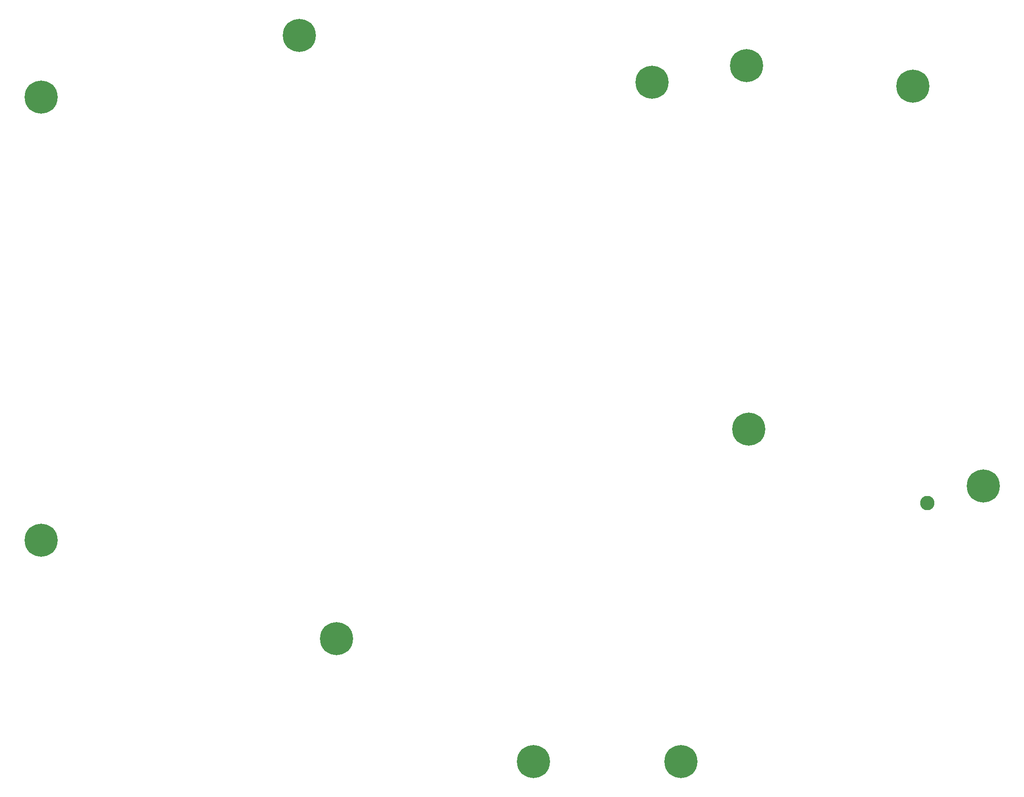
<source format=gbr>
G04 #@! TF.GenerationSoftware,KiCad,Pcbnew,(5.1.9)-1*
G04 #@! TF.CreationDate,2021-04-11T13:58:14+10:00*
G04 #@! TF.ProjectId,ExtraBoard-Base,45787472-6142-46f6-9172-642d42617365,rev?*
G04 #@! TF.SameCoordinates,Original*
G04 #@! TF.FileFunction,Soldermask,Top*
G04 #@! TF.FilePolarity,Negative*
%FSLAX46Y46*%
G04 Gerber Fmt 4.6, Leading zero omitted, Abs format (unit mm)*
G04 Created by KiCad (PCBNEW (5.1.9)-1) date 2021-04-11 13:58:14*
%MOMM*%
%LPD*%
G01*
G04 APERTURE LIST*
%ADD10C,2.800000*%
%ADD11C,6.400000*%
%ADD12C,0.800000*%
G04 APERTURE END LIST*
D10*
X164306000Y-64294000D03*
D11*
X-7144000Y14288000D03*
D12*
X-4744000Y14288000D03*
X-5446944Y12590944D03*
X-7144000Y11888000D03*
X-8841056Y12590944D03*
X-9544000Y14288000D03*
X-8841056Y15985056D03*
X-7144000Y16688000D03*
X-5446944Y15985056D03*
D11*
X-7144000Y-71438000D03*
D12*
X-4744000Y-71438000D03*
X-5446944Y-73135056D03*
X-7144000Y-73838000D03*
X-8841056Y-73135056D03*
X-9544000Y-71438000D03*
X-8841056Y-69740944D03*
X-7144000Y-69038000D03*
X-5446944Y-69740944D03*
D11*
X175178000Y-60995000D03*
D12*
X177578000Y-60995000D03*
X176875056Y-62692056D03*
X175178000Y-63395000D03*
X173480944Y-62692056D03*
X172778000Y-60995000D03*
X173480944Y-59297944D03*
X175178000Y-58595000D03*
X176875056Y-59297944D03*
D11*
X50006000Y-90487000D03*
D12*
X52406000Y-90487000D03*
X51703056Y-92184056D03*
X50006000Y-92887000D03*
X48308944Y-92184056D03*
X47606000Y-90487000D03*
X48308944Y-88789944D03*
X50006000Y-88087000D03*
X51703056Y-88789944D03*
D11*
X42863000Y26194000D03*
D12*
X45263000Y26194000D03*
X44560056Y24496944D03*
X42863000Y23794000D03*
X41165944Y24496944D03*
X40463000Y26194000D03*
X41165944Y27891056D03*
X42863000Y28594000D03*
X44560056Y27891056D03*
D11*
X88106000Y-114300000D03*
D12*
X90506000Y-114300000D03*
X89803056Y-115997056D03*
X88106000Y-116700000D03*
X86408944Y-115997056D03*
X85706000Y-114300000D03*
X86408944Y-112602944D03*
X88106000Y-111900000D03*
X89803056Y-112602944D03*
D11*
X129777999Y-50006000D03*
D12*
X132177999Y-50006000D03*
X131475055Y-51703056D03*
X129777999Y-52406000D03*
X128080943Y-51703056D03*
X127377999Y-50006000D03*
X128080943Y-48308944D03*
X129777999Y-47606000D03*
X131475055Y-48308944D03*
D11*
X111101000Y17172000D03*
D12*
X113501000Y17172000D03*
X112798056Y15474944D03*
X111101000Y14772000D03*
X109403944Y15474944D03*
X108701000Y17172000D03*
X109403944Y18869056D03*
X111101000Y19572000D03*
X112798056Y18869056D03*
D11*
X161532000Y16393000D03*
D12*
X163932000Y16393000D03*
X163229056Y14695944D03*
X161532000Y13993000D03*
X159834944Y14695944D03*
X159132000Y16393000D03*
X159834944Y18090056D03*
X161532000Y18793000D03*
X163229056Y18090056D03*
D11*
X129393000Y20397000D03*
D12*
X131793000Y20397000D03*
X131090056Y18699944D03*
X129393000Y17997000D03*
X127695944Y18699944D03*
X126993000Y20397000D03*
X127695944Y22094056D03*
X129393000Y22797000D03*
X131090056Y22094056D03*
D11*
X116681000Y-114300000D03*
D12*
X119081000Y-114300000D03*
X118378056Y-115997056D03*
X116681000Y-116700000D03*
X114983944Y-115997056D03*
X114281000Y-114300000D03*
X114983944Y-112602944D03*
X116681000Y-111900000D03*
X118378056Y-112602944D03*
M02*

</source>
